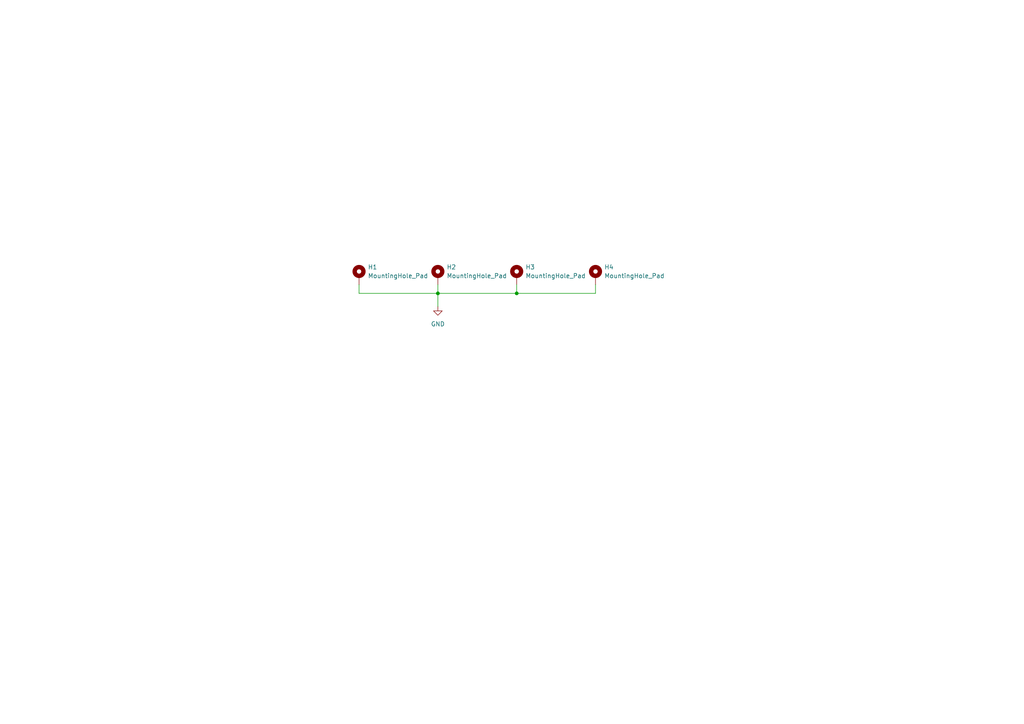
<source format=kicad_sch>
(kicad_sch (version 20211123) (generator eeschema)
  (paper "A4")
  (title_block (title "4WD UART Back Plate") (date "2022-08-19") (rev "1.0") (company "HEXEFX") (comment 1 "www.hexefx.com") (comment 2 "design: Piotr Zapart"))
  (lib_symbols
    (symbol "Mechanical:MountingHole_Pad" (pin_numbers hide) (pin_names (offset 1.016) hide)
      (property "Reference" "H" (at 0 6.35 0))
      (property "Value" "MountingHole_Pad" (at 0 4.445 0))
      (symbol "MountingHole_Pad_0_1"
        (circle (center 0 1.27) (radius 1.27) (stroke (width 1.27)))
      )
      (symbol "MountingHole_Pad_1_1"
        (pin input line (at 0 -2.54 90) (length 2.54) (name "1") (number "1"))
      )
    )
    (symbol "power:GND" (power) (pin_names (offset 0))
      (property "Value" "GND" (at 0 -3.81 0))
      (symbol "GND_0_1"
        (polyline (pts (xy 0 0) (xy 0 -1.27) (xy 1.27 -1.27) (xy 0 -2.54) (xy -1.27 -1.27) (xy 0 -1.27)))
      )
      (symbol "GND_1_1"
        (pin power_in line (at 0 0 270) (length 0) hide (name "GND") (number "1"))
      )
    )
  )
  (junction (at 127 85.09))
  (junction (at 149.86 85.09))
  (wire (pts (xy 172.72 85.09) (xy 172.72 82.55)))
  (wire (pts (xy 127 82.55) (xy 127 85.09)))
  (wire (pts (xy 104.14 82.55) (xy 104.14 85.09)))
  (wire (pts (xy 104.14 85.09) (xy 127 85.09)))
  (wire (pts (xy 149.86 82.55) (xy 149.86 85.09)))
  (wire (pts (xy 127 85.09) (xy 127 88.9)))
  (wire (pts (xy 149.86 85.09) (xy 172.72 85.09)))
  (wire (pts (xy 127 85.09) (xy 149.86 85.09)))
  (symbol (lib_id "Mechanical:MountingHole_Pad") (at 104.14 80.01 0) (unit 1)
    (property "Reference" "H1" (at 106.68 77.4699 0) (effects (justify left)))
    (property "Value" "MountingHole_Pad" (at 106.68 80.0099 0) (effects (justify left)))
    (property "Footprint" "MountingHole:MountingHole_3.2mm_M3_Pad_Via" (effects hide))
  )
  (symbol (lib_id "Mechanical:MountingHole_Pad") (at 149.86 80.01 0) (unit 1)
    (property "Reference" "H3" (at 152.4 77.4699 0) (effects (justify left)))
    (property "Value" "MountingHole_Pad" (at 152.4 80.0099 0) (effects (justify left)))
    (property "Footprint" "MountingHole:MountingHole_3.2mm_M3_Pad_Via" (effects hide))
  )
  (symbol (lib_id "Mechanical:MountingHole_Pad") (at 172.72 80.01 0) (unit 1)
    (property "Reference" "H4" (at 175.26 77.4699 0) (effects (justify left)))
    (property "Value" "MountingHole_Pad" (at 175.26 80.0099 0) (effects (justify left)))
    (property "Footprint" "MountingHole:MountingHole_3.2mm_M3_Pad_Via" (effects hide))
  )
  (symbol (lib_id "Mechanical:MountingHole_Pad") (at 127 80.01 0) (unit 1)
    (property "Reference" "H2" (at 129.54 77.4699 0) (effects (justify left)))
    (property "Value" "MountingHole_Pad" (at 129.54 80.0099 0) (effects (justify left)))
    (property "Footprint" "MountingHole:MountingHole_3.2mm_M3_Pad_Via" (effects hide))
  )
  (symbol (lib_id "power:GND") (at 127 88.9 0) (unit 1)
    (property "Reference" "#PWR01" (effects hide))
    (property "Value" "GND" (at 127 93.98 0))
  )
)
</source>
